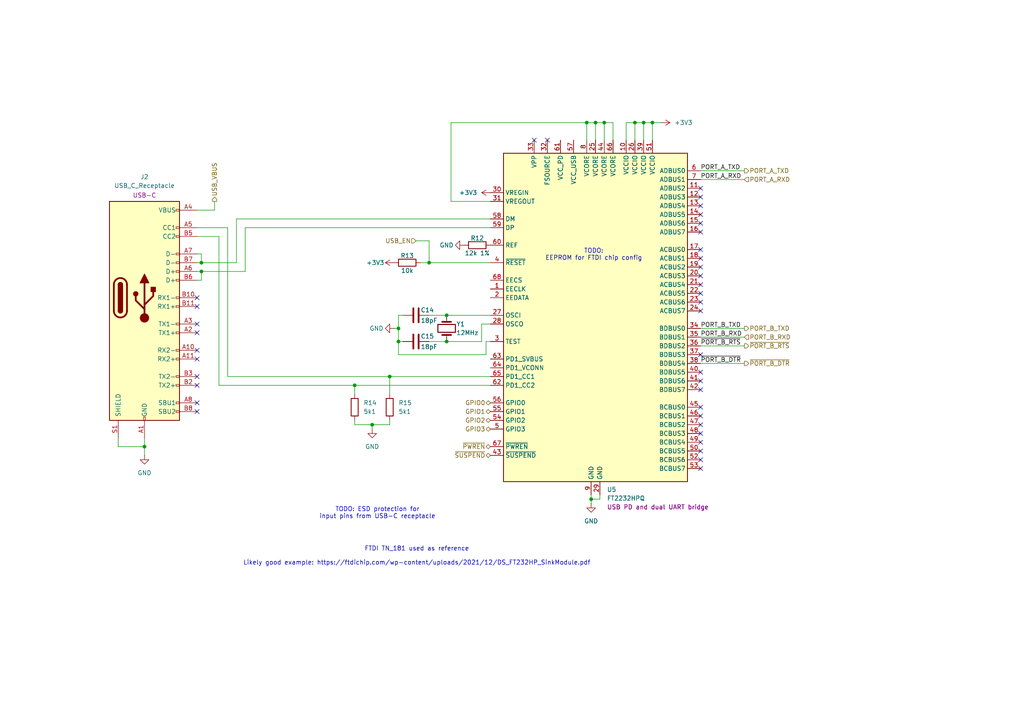
<source format=kicad_sch>
(kicad_sch (version 20231120) (generator "eeschema") (generator_version "8.0")
  (paper "A4")
  (lib_symbols
    (symbol "Connector:USB_C_Receptacle" (pin_names (offset 1.016))
      (property "Reference" "J" (at -10.16 29.21 0))
      (property "Value" "USB_C_Receptacle" (at 10.16 29.21 0))
      (symbol "USB_C_Receptacle_0_0"
        (rectangle (start -0.254 -35.56) (end 0.254 -34.544))
        (rectangle (start 10.16 -32.766) (end 9.144 -33.274))
        (rectangle (start 10.16 -30.226) (end 9.144 -30.734))
        (rectangle (start 10.16 -25.146) (end 9.144 -25.654))
        (rectangle (start 10.16 -22.606) (end 9.144 -23.114))
        (rectangle (start 10.16 -17.526) (end 9.144 -18.034))
        (rectangle (start 10.16 -14.986) (end 9.144 -15.494))
        (rectangle (start 10.16 -9.906) (end 9.144 -10.414))
        (rectangle (start 10.16 -7.366) (end 9.144 -7.874))
        (rectangle (start 10.16 -2.286) (end 9.144 -2.794))
        (rectangle (start 10.16 0.254) (end 9.144 -0.254))
        (rectangle (start 10.16 5.334) (end 9.144 4.826))
        (rectangle (start 10.16 7.874) (end 9.144 7.366))
        (rectangle (start 10.16 10.414) (end 9.144 9.906))
        (rectangle (start 10.16 12.954) (end 9.144 12.446))
        (rectangle (start 10.16 18.034) (end 9.144 17.526))
        (rectangle (start 10.16 20.574) (end 9.144 20.066))
        (rectangle (start 10.16 25.654) (end 9.144 25.146))
      )
      (symbol "USB_C_Receptacle_0_1"
        (rectangle (start -10.16 27.94) (end 10.16 -35.56) (stroke (width 0.254)) (fill (type background)))
        (arc (start -8.89 -3.81) (mid -6.985 -5.7067) (end -5.08 -3.81) (stroke (width 0.508)))
        (arc (start -7.62 -3.81) (mid -6.985 -4.4423) (end -6.35 -3.81) (stroke (width 0.254)))
        (arc (start -7.62 -3.81) (mid -6.985 -4.4423) (end -6.35 -3.81) (stroke (width 0.254)) (fill (type outline)))
        (rectangle (start -7.62 -3.81) (end -6.35 3.81) (stroke (width 0.254)) (fill (type outline)))
        (arc (start -6.35 3.81) (mid -6.985 4.4423) (end -7.62 3.81) (stroke (width 0.254)))
        (arc (start -6.35 3.81) (mid -6.985 4.4423) (end -7.62 3.81) (stroke (width 0.254)) (fill (type outline)))
        (arc (start -5.08 3.81) (mid -6.985 5.7067) (end -8.89 3.81) (stroke (width 0.508)))
        (polyline (pts (xy -8.89 -3.81) (xy -8.89 3.81)) (stroke (width 0.508)))
        (polyline (pts (xy -5.08 3.81) (xy -5.08 -3.81)) (stroke (width 0.508)))
      )
      (symbol "USB_C_Receptacle_1_1"
        (circle (center -2.54 1.143) (radius 0.635) (stroke (width 0.254)) (fill (type outline)))
        (circle (center 0 -5.842) (radius 1.27) (fill (type outline)))
        (polyline (pts (xy 0 -5.842) (xy 0 4.318)) (stroke (width 0.508)))
        (polyline (pts (xy 0 -3.302) (xy -2.54 -0.762) (xy -2.54 0.508)) (stroke (width 0.508)))
        (polyline (pts (xy 0 -2.032) (xy 2.54 0.508) (xy 2.54 1.778)) (stroke (width 0.508)))
        (polyline (pts (xy -1.27 4.318) (xy 0 6.858) (xy 1.27 4.318) (xy -1.27 4.318)) (stroke (width 0.254)) (fill (type outline)))
        (rectangle (start 1.905 1.778) (end 3.175 3.048) (stroke (width 0.254)) (fill (type outline)))
        (pin passive line (at 0 -40.64 90) (length 5.08) (name "GND") (number "A1"))
        (pin bidirectional line (at 15.24 -15.24 180) (length 5.08) (name "RX2-") (number "A10"))
        (pin bidirectional line (at 15.24 -17.78 180) (length 5.08) (name "RX2+") (number "A11"))
        (pin passive line (at 0 -40.64 90) (length 5.08) hide (name "GND") (number "A12"))
        (pin bidirectional line (at 15.24 -10.16 180) (length 5.08) (name "TX1+") (number "A2"))
        (pin bidirectional line (at 15.24 -7.62 180) (length 5.08) (name "TX1-") (number "A3"))
        (pin passive line (at 15.24 25.4 180) (length 5.08) (name "VBUS") (number "A4"))
        (pin bidirectional line (at 15.24 20.32 180) (length 5.08) (name "CC1") (number "A5"))
        (pin bidirectional line (at 15.24 7.62 180) (length 5.08) (name "D+") (number "A6"))
        (pin bidirectional line (at 15.24 12.7 180) (length 5.08) (name "D-") (number "A7"))
        (pin bidirectional line (at 15.24 -30.48 180) (length 5.08) (name "SBU1") (number "A8"))
        (pin passive line (at 15.24 25.4 180) (length 5.08) hide (name "VBUS") (number "A9"))
        (pin passive line (at 0 -40.64 90) (length 5.08) hide (name "GND") (number "B1"))
        (pin bidirectional line (at 15.24 0 180) (length 5.08) (name "RX1-") (number "B10"))
        (pin bidirectional line (at 15.24 -2.54 180) (length 5.08) (name "RX1+") (number "B11"))
        (pin passive line (at 0 -40.64 90) (length 5.08) hide (name "GND") (number "B12"))
        (pin bidirectional line (at 15.24 -25.4 180) (length 5.08) (name "TX2+") (number "B2"))
        (pin bidirectional line (at 15.24 -22.86 180) (length 5.08) (name "TX2-") (number "B3"))
        (pin passive line (at 15.24 25.4 180) (length 5.08) hide (name "VBUS") (number "B4"))
        (pin bidirectional line (at 15.24 17.78 180) (length 5.08) (name "CC2") (number "B5"))
        (pin bidirectional line (at 15.24 5.08 180) (length 5.08) (name "D+") (number "B6"))
        (pin bidirectional line (at 15.24 10.16 180) (length 5.08) (name "D-") (number "B7"))
        (pin bidirectional line (at 15.24 -33.02 180) (length 5.08) (name "SBU2") (number "B8"))
        (pin passive line (at 15.24 25.4 180) (length 5.08) hide (name "VBUS") (number "B9"))
        (pin passive line (at -7.62 -40.64 90) (length 5.08) (name "SHIELD") (number "S1"))
      )
    )
    (symbol "Device:C" (pin_numbers hide) (pin_names (offset 0.254))
      (property "Reference" "C" (at 0.635 2.54 0))
      (property "Value" "C" (at 0.635 -2.54 0))
      (symbol "C_0_1"
        (polyline (pts (xy -2.032 -0.762) (xy 2.032 -0.762)) (stroke (width 0.508)))
        (polyline (pts (xy -2.032 0.762) (xy 2.032 0.762)) (stroke (width 0.508)))
      )
      (symbol "C_1_1"
        (pin passive line (at 0 3.81 270) (length 2.794) (name "~") (number "1"))
        (pin passive line (at 0 -3.81 90) (length 2.794) (name "~") (number "2"))
      )
    )
    (symbol "Device:Crystal" (pin_numbers hide) (pin_names (offset 1.016) hide)
      (property "Reference" "Y" (at 0 3.81 0))
      (property "Value" "Crystal" (at 0 -3.81 0))
      (symbol "Crystal_0_1"
        (rectangle (start -1.143 2.54) (end 1.143 -2.54) (stroke (width 0.3048)))
        (polyline (pts (xy -2.54 0) (xy -1.905 0)))
        (polyline (pts (xy -1.905 -1.27) (xy -1.905 1.27)) (stroke (width 0.508)))
        (polyline (pts (xy 1.905 -1.27) (xy 1.905 1.27)) (stroke (width 0.508)))
        (polyline (pts (xy 2.54 0) (xy 1.905 0)))
      )
      (symbol "Crystal_1_1"
        (pin passive line (at -3.81 0 0) (length 1.27) (name "1") (number "1"))
        (pin passive line (at 3.81 0 180) (length 1.27) (name "2") (number "2"))
      )
    )
    (symbol "Device:R" (pin_numbers hide) (pin_names (offset 0))
      (property "Reference" "R" (at 2.032 0 90))
      (property "Value" "R" (at 0 0 90))
      (symbol "R_0_1"
        (rectangle (start -1.016 -2.54) (end 1.016 2.54) (stroke (width 0.254)))
      )
      (symbol "R_1_1"
        (pin passive line (at 0 3.81 270) (length 1.27) (name "~") (number "1"))
        (pin passive line (at 0 -3.81 90) (length 1.27) (name "~") (number "2"))
      )
    )
    (symbol "power:+3V3" (power) (pin_numbers hide) (pin_names (offset 0) hide)
      (property "Value" "+3V3" (at 0 3.556 0))
      (symbol "+3V3_0_1"
        (polyline (pts (xy -0.762 1.27) (xy 0 2.54)))
        (polyline (pts (xy 0 0) (xy 0 2.54)))
        (polyline (pts (xy 0 2.54) (xy 0.762 1.27)))
      )
      (symbol "+3V3_1_1"
        (pin power_in line (at 0 0 90) (length 0) (name "~") (number "1"))
      )
    )
    (symbol "power:GND" (power) (pin_numbers hide) (pin_names (offset 0) hide)
      (property "Value" "GND" (at 0 -3.81 0))
      (symbol "GND_0_1"
        (polyline (pts (xy 0 0) (xy 0 -1.27) (xy 1.27 -1.27) (xy 0 -2.54) (xy -1.27 -1.27) (xy 0 -1.27)))
      )
      (symbol "GND_1_1"
        (pin power_in line (at 0 0 270) (length 0) (name "~") (number "1"))
      )
    )
    (symbol "xengineering:FT2232HPQ"
      (property "Reference" "U" (at 20.828 52.07 0))
      (property "Value" "FT2232HPQ" (at 25.654 49.53 0))
      (symbol "FT2232HPQ_0_1"
        (rectangle (start -26.67 46.99) (end 26.67 -48.26) (stroke (width 0.254)) (fill (type background)))
      )
      (symbol "FT2232HPQ_1_1"
        (pin output line (at -30.48 7.62 0) (length 3.81) (name "EECLK") (number "1"))
        (pin input line (at 8.89 50.8 270) (length 3.81) (name "VCCIO") (number "10"))
        (pin bidirectional line (at 30.48 36.83 180) (length 3.81) (name "ADBUS2") (number "11"))
        (pin bidirectional line (at 30.48 34.29 180) (length 3.81) (name "ADBUS3") (number "12"))
        (pin bidirectional line (at 30.48 31.75 180) (length 3.81) (name "ADBUS4") (number "13"))
        (pin bidirectional line (at 30.48 29.21 180) (length 3.81) (name "ADBUS5") (number "14"))
        (pin bidirectional line (at 30.48 26.67 180) (length 3.81) (name "ADBUS6") (number "15"))
        (pin bidirectional line (at 30.48 24.13 180) (length 3.81) (name "ADBUS7") (number "16"))
        (pin bidirectional line (at 30.48 19.05 180) (length 3.81) (name "ACBUS0") (number "17"))
        (pin bidirectional line (at 30.48 16.51 180) (length 3.81) (name "ACBUS1") (number "18"))
        (pin bidirectional line (at 30.48 13.97 180) (length 3.81) (name "ACBUS2") (number "19"))
        (pin bidirectional line (at -30.48 5.08 0) (length 3.81) (name "EEDATA") (number "2"))
        (pin bidirectional line (at 30.48 11.43 180) (length 3.81) (name "ACBUS3") (number "20"))
        (pin bidirectional line (at 30.48 8.89 180) (length 3.81) (name "ACBUS4") (number "21"))
        (pin bidirectional line (at 30.48 6.35 180) (length 3.81) (name "ACBUS5") (number "22"))
        (pin bidirectional line (at 30.48 3.81 180) (length 3.81) (name "ACBUS6") (number "23"))
        (pin bidirectional line (at 30.48 1.27 180) (length 3.81) (name "ACBUS7") (number "24"))
        (pin input line (at 0 50.8 270) (length 3.81) (name "VCORE") (number "25"))
        (pin input line (at 11.43 50.8 270) (length 3.81) (name "VCCIO") (number "26"))
        (pin input line (at -30.48 0 0) (length 3.81) (name "OSCI") (number "27"))
        (pin output line (at -30.48 -2.54 0) (length 3.81) (name "OSCO") (number "28"))
        (pin input line (at 1.27 -52.07 90) (length 3.81) (name "GND") (number "29"))
        (pin input line (at -30.48 -7.62 0) (length 3.81) (name "TEST") (number "3"))
        (pin input line (at -30.48 35.56 0) (length 3.81) (name "VREGIN") (number "30"))
        (pin output line (at -30.48 33.02 0) (length 3.81) (name "VREGOUT") (number "31"))
        (pin input line (at -13.97 50.8 270) (length 3.81) (name "FSOURCE") (number "32"))
        (pin input line (at -17.78 50.8 270) (length 3.81) (name "VPP") (number "33"))
        (pin bidirectional line (at 30.48 -3.81 180) (length 3.81) (name "BDBUS0") (number "34"))
        (pin bidirectional line (at 30.48 -6.35 180) (length 3.81) (name "BDBUS1") (number "35"))
        (pin bidirectional line (at 30.48 -8.89 180) (length 3.81) (name "BDBUS2") (number "36"))
        (pin bidirectional line (at 30.48 -11.43 180) (length 3.81) (name "BDBUS3") (number "37"))
        (pin bidirectional line (at 30.48 -13.97 180) (length 3.81) (name "BDBUS4") (number "38"))
        (pin input line (at 13.97 50.8 270) (length 3.81) (name "VCCIO") (number "39"))
        (pin input line (at -30.48 15.24 0) (length 3.81) (name "~{RESET}") (number "4"))
        (pin bidirectional line (at 30.48 -16.51 180) (length 3.81) (name "BDBUS5") (number "40"))
        (pin bidirectional line (at 30.48 -19.05 180) (length 3.81) (name "BDBUS6") (number "41"))
        (pin bidirectional line (at 30.48 -21.59 180) (length 3.81) (name "BDBUS7") (number "42"))
        (pin output line (at -30.48 -40.64 0) (length 3.81) (name "~{SUSPEND}") (number "43"))
        (pin input line (at 2.54 50.8 270) (length 3.81) (name "VCORE") (number "44"))
        (pin bidirectional line (at 30.48 -26.67 180) (length 3.81) (name "BCBUS0") (number "45"))
        (pin bidirectional line (at 30.48 -29.21 180) (length 3.81) (name "BCBUS1") (number "46"))
        (pin bidirectional line (at 30.48 -31.75 180) (length 3.81) (name "BCBUS2") (number "47"))
        (pin bidirectional line (at 30.48 -34.29 180) (length 3.81) (name "BCBUS3") (number "48"))
        (pin bidirectional line (at 30.48 -36.83 180) (length 3.81) (name "BCBUS4") (number "49"))
        (pin bidirectional line (at -30.48 -33.02 0) (length 3.81) (name "GPIO3") (number "5"))
        (pin bidirectional line (at 30.48 -39.37 180) (length 3.81) (name "BCBUS5") (number "50"))
        (pin input line (at 16.51 50.8 270) (length 3.81) (name "VCCIO") (number "51"))
        (pin bidirectional line (at 30.48 -41.91 180) (length 3.81) (name "BCBUS6") (number "52"))
        (pin bidirectional line (at 30.48 -44.45 180) (length 3.81) (name "BCBUS7") (number "53"))
        (pin bidirectional line (at -30.48 -30.48 0) (length 3.81) (name "GPIO2") (number "54"))
        (pin bidirectional line (at -30.48 -27.94 0) (length 3.81) (name "GPIO1") (number "55"))
        (pin bidirectional line (at -30.48 -25.4 0) (length 3.81) (name "GPIO0") (number "56"))
        (pin input line (at -6.35 50.8 270) (length 3.81) (name "VCC_USB") (number "57"))
        (pin bidirectional line (at -30.48 27.94 0) (length 3.81) (name "DM") (number "58"))
        (pin bidirectional line (at -30.48 25.4 0) (length 3.81) (name "DP") (number "59"))
        (pin bidirectional line (at 30.48 41.91 180) (length 3.81) (name "ADBUS0") (number "6"))
        (pin input line (at -30.48 20.32 0) (length 3.81) (name "REF") (number "60"))
        (pin input line (at -10.16 50.8 270) (length 3.81) (name "VCC_PD") (number "61"))
        (pin bidirectional line (at -30.48 -20.32 0) (length 3.81) (name "PD1_CC2") (number "62"))
        (pin input line (at -30.48 -12.7 0) (length 3.81) (name "PD1_SVBUS") (number "63"))
        (pin input line (at -30.48 -15.24 0) (length 3.81) (name "PD1_VCONN") (number "64"))
        (pin bidirectional line (at -30.48 -17.78 0) (length 3.81) (name "PD1_CC1") (number "65"))
        (pin input line (at 5.08 50.8 270) (length 3.81) (name "VCORE") (number "66"))
        (pin output line (at -30.48 -38.1 0) (length 3.81) (name "~{PWREN}") (number "67"))
        (pin bidirectional line (at -30.48 10.16 0) (length 3.81) (name "EECS") (number "68"))
        (pin bidirectional line (at 30.48 39.37 180) (length 3.81) (name "ADBUS1") (number "7"))
        (pin input line (at -2.54 50.8 270) (length 3.81) (name "VCORE") (number "8"))
        (pin input line (at -1.27 -52.07 90) (length 3.81) (name "GND") (number "9"))
      )
    )
  )
  (junction (at 189.23 35.56))
  (junction (at 175.26 35.56))
  (junction (at 58.42 78.74))
  (junction (at 186.69 35.56))
  (junction (at 41.91 129.54))
  (junction (at 129.54 99.06))
  (junction (at 184.15 35.56))
  (junction (at 107.95 123.19))
  (junction (at 170.18 35.56))
  (junction (at 171.45 144.78))
  (junction (at 115.57 99.06))
  (junction (at 113.03 109.22))
  (junction (at 115.57 95.25))
  (junction (at 172.72 35.56))
  (junction (at 102.87 111.76))
  (junction (at 129.54 91.44))
  (junction (at 58.42 76.2))
  (junction (at 124.46 76.2))
  (no_connect (at 203.2 80.01))
  (no_connect (at 203.2 128.27))
  (no_connect (at 57.15 111.76))
  (no_connect (at 203.2 120.65))
  (no_connect (at 203.2 118.11))
  (no_connect (at 203.2 59.69))
  (no_connect (at 154.94 40.64))
  (no_connect (at 203.2 133.35))
  (no_connect (at 57.15 104.14))
  (no_connect (at 57.15 88.9))
  (no_connect (at 57.15 93.98))
  (no_connect (at 203.2 87.63))
  (no_connect (at 203.2 74.93))
  (no_connect (at 57.15 116.84))
  (no_connect (at 203.2 85.09))
  (no_connect (at 203.2 54.61))
  (no_connect (at 203.2 110.49))
  (no_connect (at 203.2 102.87))
  (no_connect (at 158.75 40.64))
  (no_connect (at 203.2 77.47))
  (no_connect (at 57.15 109.22))
  (no_connect (at 203.2 82.55))
  (no_connect (at 203.2 130.81))
  (no_connect (at 203.2 62.23))
  (no_connect (at 57.15 119.38))
  (no_connect (at 203.2 107.95))
  (no_connect (at 203.2 135.89))
  (no_connect (at 203.2 67.31))
  (no_connect (at 203.2 57.15))
  (no_connect (at 203.2 64.77))
  (no_connect (at 203.2 123.19))
  (no_connect (at 57.15 96.52))
  (no_connect (at 203.2 113.03))
  (no_connect (at 203.2 125.73))
  (no_connect (at 57.15 101.6))
  (no_connect (at 203.2 72.39))
  (no_connect (at 203.2 90.17))
  (no_connect (at 57.15 86.36))
  (wire (pts (xy 181.61 35.56) (xy 184.15 35.56)))
  (wire (pts (xy 102.87 111.76) (xy 102.87 114.3)))
  (wire (pts (xy 41.91 132.08) (xy 41.91 129.54)))
  (wire (pts (xy 173.99 144.78) (xy 171.45 144.78)))
  (wire (pts (xy 129.54 99.06) (xy 139.7 99.06)))
  (wire (pts (xy 177.8 35.56) (xy 175.26 35.56)))
  (wire (pts (xy 34.29 129.54) (xy 41.91 129.54)))
  (wire (pts (xy 115.57 91.44) (xy 115.57 95.25)))
  (wire (pts (xy 124.46 91.44) (xy 129.54 91.44)))
  (wire (pts (xy 170.18 35.56) (xy 130.81 35.56)))
  (wire (pts (xy 181.61 40.64) (xy 181.61 35.56)))
  (wire (pts (xy 142.24 66.04) (xy 71.12 66.04)))
  (wire (pts (xy 62.23 60.96) (xy 57.15 60.96)))
  (wire (pts (xy 124.46 99.06) (xy 129.54 99.06)))
  (wire (pts (xy 63.5 111.76) (xy 102.87 111.76)))
  (wire (pts (xy 102.87 123.19) (xy 107.95 123.19)))
  (wire (pts (xy 186.69 35.56) (xy 189.23 35.56)))
  (wire (pts (xy 173.99 143.51) (xy 173.99 144.78)))
  (wire (pts (xy 71.12 78.74) (xy 58.42 78.74)))
  (wire (pts (xy 58.42 81.28) (xy 58.42 78.74)))
  (wire (pts (xy 57.15 66.04) (xy 66.04 66.04)))
  (wire (pts (xy 102.87 111.76) (xy 142.24 111.76)))
  (wire (pts (xy 34.29 127) (xy 34.29 129.54)))
  (wire (pts (xy 62.23 58.42) (xy 62.23 60.96)))
  (wire (pts (xy 177.8 40.64) (xy 177.8 35.56)))
  (wire (pts (xy 142.24 99.06) (xy 140.97 99.06)))
  (wire (pts (xy 184.15 35.56) (xy 184.15 40.64)))
  (wire (pts (xy 113.03 121.92) (xy 113.03 123.19)))
  (wire (pts (xy 102.87 121.92) (xy 102.87 123.19)))
  (wire (pts (xy 120.65 69.85) (xy 124.46 69.85)))
  (wire (pts (xy 57.15 76.2) (xy 58.42 76.2)))
  (wire (pts (xy 184.15 35.56) (xy 186.69 35.56)))
  (wire (pts (xy 170.18 35.56) (xy 170.18 40.64)))
  (wire (pts (xy 142.24 93.98) (xy 139.7 93.98)))
  (wire (pts (xy 130.81 58.42) (xy 142.24 58.42)))
  (wire (pts (xy 63.5 68.58) (xy 63.5 111.76)))
  (wire (pts (xy 142.24 63.5) (xy 68.58 63.5)))
  (wire (pts (xy 130.81 35.56) (xy 130.81 58.42)))
  (wire (pts (xy 71.12 66.04) (xy 71.12 78.74)))
  (wire (pts (xy 175.26 35.56) (xy 175.26 40.64)))
  (wire (pts (xy 58.42 76.2) (xy 58.42 73.66)))
  (wire (pts (xy 170.18 35.56) (xy 172.72 35.56)))
  (wire (pts (xy 124.46 69.85) (xy 124.46 76.2)))
  (wire (pts (xy 115.57 95.25) (xy 114.3 95.25)))
  (wire (pts (xy 171.45 143.51) (xy 171.45 144.78)))
  (wire (pts (xy 203.2 95.25) (xy 215.9 95.25)))
  (wire (pts (xy 116.84 91.44) (xy 115.57 91.44)))
  (wire (pts (xy 58.42 78.74) (xy 57.15 78.74)))
  (wire (pts (xy 140.97 102.87) (xy 115.57 102.87)))
  (wire (pts (xy 139.7 93.98) (xy 139.7 99.06)))
  (wire (pts (xy 68.58 63.5) (xy 68.58 76.2)))
  (wire (pts (xy 203.2 105.41) (xy 215.9 105.41)))
  (wire (pts (xy 189.23 35.56) (xy 189.23 40.64)))
  (wire (pts (xy 171.45 144.78) (xy 171.45 146.05)))
  (wire (pts (xy 172.72 35.56) (xy 172.72 40.64)))
  (wire (pts (xy 191.77 35.56) (xy 189.23 35.56)))
  (wire (pts (xy 57.15 68.58) (xy 63.5 68.58)))
  (wire (pts (xy 115.57 95.25) (xy 115.57 99.06)))
  (wire (pts (xy 57.15 81.28) (xy 58.42 81.28)))
  (wire (pts (xy 68.58 76.2) (xy 58.42 76.2)))
  (wire (pts (xy 121.92 76.2) (xy 124.46 76.2)))
  (wire (pts (xy 113.03 109.22) (xy 142.24 109.22)))
  (wire (pts (xy 203.2 100.33) (xy 215.9 100.33)))
  (wire (pts (xy 175.26 35.56) (xy 172.72 35.56)))
  (wire (pts (xy 203.2 52.07) (xy 215.9 52.07)))
  (wire (pts (xy 113.03 123.19) (xy 107.95 123.19)))
  (wire (pts (xy 203.2 49.53) (xy 215.9 49.53)))
  (wire (pts (xy 58.42 73.66) (xy 57.15 73.66)))
  (wire (pts (xy 41.91 129.54) (xy 41.91 127)))
  (wire (pts (xy 66.04 66.04) (xy 66.04 109.22)))
  (wire (pts (xy 129.54 91.44) (xy 142.24 91.44)))
  (wire (pts (xy 203.2 97.79) (xy 215.9 97.79)))
  (wire (pts (xy 115.57 99.06) (xy 115.57 102.87)))
  (wire (pts (xy 116.84 99.06) (xy 115.57 99.06)))
  (wire (pts (xy 186.69 35.56) (xy 186.69 40.64)))
  (wire (pts (xy 66.04 109.22) (xy 113.03 109.22)))
  (wire (pts (xy 107.95 123.19) (xy 107.95 124.46)))
  (wire (pts (xy 124.46 76.2) (xy 142.24 76.2)))
  (wire (pts (xy 140.97 99.06) (xy 140.97 102.87)))
  (wire (pts (xy 113.03 109.22) (xy 113.03 114.3)))
  (text "TODO:\nEEPROM for FTDI chip config" (at 172.212 73.914 0) (effects (font (size 1.27 1.27))))
  (text "TODO: ESD protection for\ninput pins from USB-C receptacle" (at 109.474 148.844 0) (effects (font (size 1.27 1.27))))
  (text "FTDI TN_181 used as reference\n\nLikely good example: https://ftdichip.com/wp-content/uploads/2021/12/DS_FT232HP_SinkModule.pdf" (at 120.904 161.29 0) (effects (font (size 1.27 1.27))))
  (label "PORT_B_RXD" (at 203.2 97.79 0))
  (label "PORT_B_TXD" (at 203.2 95.25 0))
  (label "PORT_A_RXD" (at 203.2 52.07 0))
  (label "~{PORT_B_DTR}" (at 203.2 105.41 0))
  (label "~{PORT_B_RTS}" (at 203.2 100.33 0))
  (label "PORT_A_TXD" (at 203.2 49.53 0))
  (hierarchical_label "~{PORT_B_RTS}" (shape output) (at 215.9 100.33 0))
  (hierarchical_label "GPIO2" (shape bidirectional) (at 142.24 121.92 180))
  (hierarchical_label "USB_EN" (shape input) (at 120.65 69.85 180))
  (hierarchical_label "PORT_B_RXD" (shape input) (at 215.9 97.79 0))
  (hierarchical_label "~{PWREN}" (shape bidirectional) (at 142.24 129.54 180))
  (hierarchical_label "GPIO1" (shape bidirectional) (at 142.24 119.38 180))
  (hierarchical_label "GPIO3" (shape bidirectional) (at 142.24 124.46 180))
  (hierarchical_label "PORT_A_TXD" (shape output) (at 215.9 49.53 0))
  (hierarchical_label "~{PORT_B_DTR}" (shape output) (at 215.9 105.41 0))
  (hierarchical_label "~{SUSPEND}" (shape bidirectional) (at 142.24 132.08 180))
  (hierarchical_label "PORT_A_RXD" (shape input) (at 215.9 52.07 0))
  (hierarchical_label "GPIO0" (shape bidirectional) (at 142.24 116.84 180))
  (hierarchical_label "PORT_B_TXD" (shape output) (at 215.9 95.25 0))
  (hierarchical_label "USB_VBUS" (shape output) (at 62.23 58.42 90))
  (symbol (lib_id "power:+3V3") (at 114.3 76.2 90) (unit 1)
    (property "Reference" "#PWR029" (effects (hide yes)))
    (property "Value" "+3V3" (at 111.506 76.2 90) (effects (justify left)))
    (property "Description" "Power symbol creates a global label with name \"+3V3\"" (effects (hide yes)))
  )
  (symbol (lib_id "power:GND") (at 134.62 71.12 270) (unit 1)
    (property "Reference" "#PWR028" (effects (hide yes)))
    (property "Value" "GND" (at 131.572 71.12 90) (effects (justify right)))
    (property "Description" "Power symbol creates a global label with name \"GND\" , ground" (effects (hide yes)))
  )
  (symbol (lib_id "Device:R") (at 102.87 118.11 0) (unit 1)
    (property "Reference" "R14" (at 105.41 116.8399 0) (effects (justify left)))
    (property "Value" "5k1" (at 105.41 119.3799 0) (effects (justify left)))
    (property "Description" "Resistor" (effects (hide yes)))
  )
  (symbol (lib_id "Device:R") (at 138.43 71.12 270) (unit 1)
    (property "Reference" "R12" (at 138.43 69.088 90))
    (property "Value" "12k 1%" (at 138.43 73.406 90))
    (property "Description" "Resistor" (effects (hide yes)))
  )
  (symbol (lib_id "power:GND") (at 107.95 124.46 0) (unit 1)
    (property "Reference" "#PWR032" (effects (hide yes)))
    (property "Value" "GND" (at 107.95 129.54 0))
    (property "Description" "Power symbol creates a global label with name \"GND\" , ground" (effects (hide yes)))
  )
  (symbol (lib_id "Device:C") (at 120.65 99.06 270) (unit 1)
    (property "Reference" "C15" (at 123.952 97.536 90))
    (property "Value" "18pF" (at 124.46 100.584 90))
    (property "Description" "Unpolarized capacitor" (effects (hide yes)))
  )
  (symbol (lib_id "power:GND") (at 41.91 132.08 0) (unit 1)
    (property "Reference" "#PWR025" (effects (hide yes)))
    (property "Value" "GND" (at 41.91 137.16 0))
    (property "Description" "Power symbol creates a global label with name \"GND\" , ground" (effects (hide yes)))
  )
  (symbol (lib_id "power:+3V3") (at 191.77 35.56 270) (unit 1)
    (property "Reference" "#PWR026" (effects (hide yes)))
    (property "Value" "+3V3" (at 195.58 35.5599 90) (effects (justify left)))
    (property "Description" "Power symbol creates a global label with name \"+3V3\"" (effects (hide yes)))
  )
  (symbol (lib_id "Device:R") (at 113.03 118.11 0) (unit 1)
    (property "Reference" "R15" (at 115.57 116.8399 0) (effects (justify left)))
    (property "Value" "5k1" (at 115.57 119.3799 0) (effects (justify left)))
    (property "Description" "Resistor" (effects (hide yes)))
  )
  (symbol (lib_id "power:GND") (at 171.45 146.05 0) (unit 1)
    (property "Reference" "#PWR024" (effects (hide yes)))
    (property "Value" "GND" (at 171.45 151.13 0))
    (property "Description" "Power symbol creates a global label with name \"GND\" , ground" (effects (hide yes)))
  )
  (symbol (lib_id "Device:R") (at 118.11 76.2 270) (unit 1)
    (property "Reference" "R13" (at 118.11 74.168 90))
    (property "Value" "10k" (at 118.11 78.486 90))
    (property "Description" "Resistor" (effects (hide yes)))
  )
  (symbol (lib_id "Connector:USB_C_Receptacle") (at 41.91 86.36 0) (unit 1)
    (property "Reference" "J2" (at 41.91 51.308 0))
    (property "Value" "USB_C_Receptacle" (at 41.91 53.848 0))
    (property "Datasheet" "https://cdn.amphenol-cs.com/media/wysiwyg/files/documentation/datasheet/inputoutput/io_usb_3_2_type_c.pdf" (effects (hide yes)))
    (property "Description" "USB-C" (at 41.91 56.642 0))
    (property "MPN" "12401610E4#2A" (effects (hide yes)))
    (property "Manufacturer" "Amphenol ICC" (effects (hide yes)))
  )
  (symbol (lib_id "power:+3V3") (at 142.24 55.88 90) (unit 1)
    (property "Reference" "#PWR027" (effects (hide yes)))
    (property "Value" "+3V3" (at 138.43 55.8799 90) (effects (justify left)))
    (property "Description" "Power symbol creates a global label with name \"+3V3\"" (effects (hide yes)))
  )
  (symbol (lib_id "power:GND") (at 114.3 95.25 270) (unit 1)
    (property "Reference" "#PWR030" (effects (hide yes)))
    (property "Value" "GND" (at 111.252 95.25 90) (effects (justify right)))
    (property "Description" "Power symbol creates a global label with name \"GND\" , ground" (effects (hide yes)))
  )
  (symbol (lib_id "Device:Crystal") (at 129.54 95.25 270) (unit 1)
    (property "Reference" "Y1" (at 132.334 93.98 90) (effects (justify left)))
    (property "Value" "12MHz" (at 132.334 96.52 90) (effects (justify left)))
    (property "Description" "Two pin crystal" (effects (hide yes)))
  )
  (symbol (lib_id "xengineering:FT2232HPQ") (at 172.72 91.44 0) (unit 1)
    (property "Reference" "U5" (at 176.022 141.986 0) (effects (justify left)))
    (property "Value" "FT2232HPQ" (at 176.022 144.526 0) (effects (justify left)))
    (property "Datasheet" "https://ftdichip.com/wp-content/uploads/2024/09/DS_FT2233HP.pdf" (effects (hide yes)))
    (property "Description" "USB PD and dual UART bridge" (at 176.022 147.066 0) (effects (justify left)))
    (property "Manufacturer" "FTDI Limited" (effects (hide yes)))
    (property "MPN" "FT2232HPQ-TRAY" (effects (hide yes)))
  )
  (symbol (lib_id "Device:C") (at 120.65 91.44 270) (unit 1)
    (property "Reference" "C14" (at 123.952 89.916 90))
    (property "Value" "18pF" (at 124.46 92.964 90))
    (property "Description" "Unpolarized capacitor" (effects (hide yes)))
  )
)
</source>
